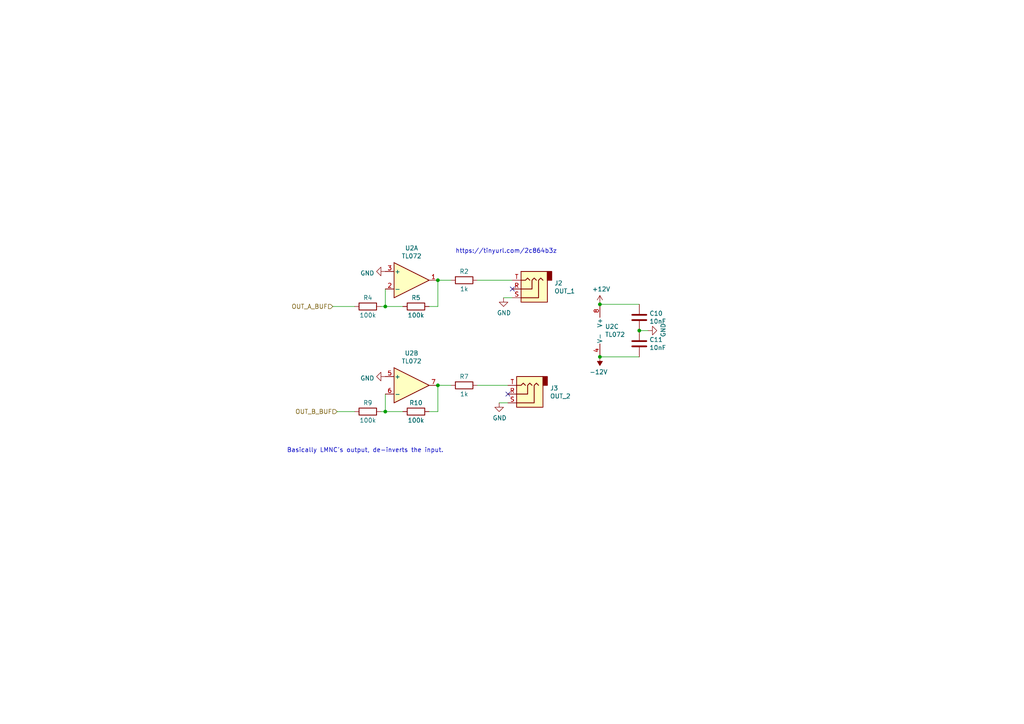
<source format=kicad_sch>
(kicad_sch (version 20211123) (generator eeschema)
  (paper "A4")
  (title_block (title "VCA_AS3360") (date "2022-07-16") (rev "1.0") (company "RobotDialogs"))
  (lib_symbols
    (symbol "Amplifier_Operational:TL072" (pin_names (offset 0.127))
      (property "Reference" "U" (at 0 5.08 0))
      (property "Value" "TL072" (at 0 -5.08 0))
      (symbol "TL072_1_1"
        (polyline (pts (xy -5.08 5.08) (xy 5.08 0) (xy -5.08 -5.08) (xy -5.08 5.08)) (stroke (width 0.254)) (fill (type background)))
        (pin output line (at 7.62 0 180) (length 2.54) (name "~") (number "1"))
        (pin input line (at -7.62 -2.54 0) (length 2.54) (name "-") (number "2"))
        (pin input line (at -7.62 2.54 0) (length 2.54) (name "+") (number "3"))
      )
      (symbol "TL072_2_1"
        (polyline (pts (xy -5.08 5.08) (xy 5.08 0) (xy -5.08 -5.08) (xy -5.08 5.08)) (stroke (width 0.254)) (fill (type background)))
        (pin input line (at -7.62 2.54 0) (length 2.54) (name "+") (number "5"))
        (pin input line (at -7.62 -2.54 0) (length 2.54) (name "-") (number "6"))
        (pin output line (at 7.62 0 180) (length 2.54) (name "~") (number "7"))
      )
      (symbol "TL072_3_1"
        (pin power_in line (at -2.54 -7.62 90) (length 3.81) (name "V-") (number "4"))
        (pin power_in line (at -2.54 7.62 270) (length 3.81) (name "V+") (number "8"))
      )
    )
    (symbol "Connector:AudioJack3"
      (property "Reference" "J" (at 0 8.89 0))
      (property "Value" "AudioJack3" (at 0 6.35 0))
      (symbol "AudioJack3_0_1"
        (rectangle (start -5.08 -5.08) (end -6.35 -2.54) (stroke (width 0.254)) (fill (type outline)))
        (polyline (pts (xy 0 -2.54) (xy 0.635 -3.175) (xy 1.27 -2.54) (xy 2.54 -2.54)) (stroke (width 0.254)))
        (polyline (pts (xy -1.905 -2.54) (xy -1.27 -3.175) (xy -0.635 -2.54) (xy -0.635 0) (xy 2.54 0)) (stroke (width 0.254)))
        (polyline (pts (xy 2.54 2.54) (xy -2.54 2.54) (xy -2.54 -2.54) (xy -3.175 -3.175) (xy -3.81 -2.54)) (stroke (width 0.254)))
        (rectangle (start 2.54 3.81) (end -5.08 -5.08) (stroke (width 0.254)) (fill (type background)))
      )
      (symbol "AudioJack3_1_1"
        (pin passive line (at 5.08 0 180) (length 2.54) (name "~") (number "R"))
        (pin passive line (at 5.08 2.54 180) (length 2.54) (name "~") (number "S"))
        (pin passive line (at 5.08 -2.54 180) (length 2.54) (name "~") (number "T"))
      )
    )
    (symbol "Device:C" (pin_numbers hide) (pin_names (offset 0.254))
      (property "Reference" "C" (at 0.635 2.54 0))
      (property "Value" "C" (at 0.635 -2.54 0))
      (symbol "C_0_1"
        (polyline (pts (xy -2.032 -0.762) (xy 2.032 -0.762)) (stroke (width 0.508)))
        (polyline (pts (xy -2.032 0.762) (xy 2.032 0.762)) (stroke (width 0.508)))
      )
      (symbol "C_1_1"
        (pin passive line (at 0 3.81 270) (length 2.794) (name "~") (number "1"))
        (pin passive line (at 0 -3.81 90) (length 2.794) (name "~") (number "2"))
      )
    )
    (symbol "Device:R" (pin_numbers hide) (pin_names (offset 0))
      (property "Reference" "R" (at 2.032 0 90))
      (property "Value" "R" (at 0 0 90))
      (symbol "R_0_1"
        (rectangle (start -1.016 -2.54) (end 1.016 2.54) (stroke (width 0.254)))
      )
      (symbol "R_1_1"
        (pin passive line (at 0 3.81 270) (length 1.27) (name "~") (number "1"))
        (pin passive line (at 0 -3.81 90) (length 1.27) (name "~") (number "2"))
      )
    )
    (symbol "power:+12V" (power) (pin_names (offset 0))
      (property "Value" "+12V" (at 0 3.556 0))
      (symbol "+12V_0_1"
        (polyline (pts (xy -0.762 1.27) (xy 0 2.54)))
        (polyline (pts (xy 0 0) (xy 0 2.54)))
        (polyline (pts (xy 0 2.54) (xy 0.762 1.27)))
      )
      (symbol "+12V_1_1"
        (pin power_in line (at 0 0 90) (length 0) hide (name "+12V") (number "1"))
      )
    )
    (symbol "power:-12V" (power) (pin_names (offset 0))
      (property "Value" "-12V" (at 0 3.81 0))
      (symbol "-12V_0_0"
        (pin power_in line (at 0 0 90) (length 0) hide (name "-12V") (number "1"))
      )
      (symbol "-12V_0_1"
        (polyline (pts (xy 0 0) (xy 0 1.27) (xy 0.762 1.27) (xy 0 2.54) (xy -0.762 1.27) (xy 0 1.27)) (fill (type outline)))
      )
    )
    (symbol "power:GND" (power) (pin_names (offset 0))
      (property "Value" "GND" (at 0 -3.81 0))
      (symbol "GND_0_1"
        (polyline (pts (xy 0 0) (xy 0 -1.27) (xy 1.27 -1.27) (xy 0 -2.54) (xy -1.27 -1.27) (xy 0 -1.27)))
      )
      (symbol "GND_1_1"
        (pin power_in line (at 0 0 270) (length 0) hide (name "GND") (number "1"))
      )
    )
  )
  (junction (at 185.42 95.885))
  (junction (at 111.76 88.9))
  (junction (at 127 81.28))
  (junction (at 173.99 88.265))
  (junction (at 173.99 103.505))
  (junction (at 127 111.76))
  (junction (at 111.76 119.38))
  (no_connect (at 147.32 114.3))
  (no_connect (at 148.59 83.82))
  (wire (pts (xy 185.42 95.885) (xy 187.96 95.885)))
  (wire (pts (xy 111.76 119.38) (xy 116.84 119.38)))
  (wire (pts (xy 127 111.76) (xy 130.81 111.76)))
  (wire (pts (xy 173.99 103.505) (xy 185.42 103.505)))
  (wire (pts (xy 144.78 116.84) (xy 147.32 116.84)))
  (wire (pts (xy 111.76 114.3) (xy 111.76 119.38)))
  (wire (pts (xy 111.76 119.38) (xy 110.49 119.38)))
  (wire (pts (xy 111.76 88.9) (xy 110.49 88.9)))
  (wire (pts (xy 138.43 111.76) (xy 147.32 111.76)))
  (wire (pts (xy 124.46 119.38) (xy 127 119.38)))
  (wire (pts (xy 127 81.28) (xy 130.81 81.28)))
  (wire (pts (xy 111.76 88.9) (xy 116.84 88.9)))
  (wire (pts (xy 111.76 83.82) (xy 111.76 88.9)))
  (wire (pts (xy 148.59 81.28) (xy 138.43 81.28)))
  (wire (pts (xy 124.46 88.9) (xy 127 88.9)))
  (wire (pts (xy 173.99 88.265) (xy 185.42 88.265)))
  (wire (pts (xy 148.59 86.36) (xy 146.05 86.36)))
  (wire (pts (xy 97.79 119.38) (xy 102.87 119.38)))
  (wire (pts (xy 127 119.38) (xy 127 111.76)))
  (wire (pts (xy 96.52 88.9) (xy 102.87 88.9)))
  (wire (pts (xy 127 88.9) (xy 127 81.28)))
  (text "Basically LMNC's output, de-inverts the input." (at 83.185 131.445 0) (effects (font (size 1.27 1.27)) (justify left bottom)))
  (text "https://tinyurl.com/2c864b3z" (at 132.08 73.66 0) (effects (font (size 1.27 1.27)) (justify left bottom)))
  (hierarchical_label "OUT_A_BUF" (shape input) (at 96.52 88.9 180))
  (hierarchical_label "OUT_B_BUF" (shape input) (at 97.79 119.38 180))
  (symbol (lib_id "power:GND") (at 111.76 109.22 270) (unit 1)
    (property "Reference" "#PWR0138" (effects hide))
    (property "Value" "GND" (at 108.5851 109.699 90) (effects (justify right)))
  )
  (symbol (lib_id "Device:R") (at 120.65 119.38 270) (unit 1)
    (property "Reference" "R10" (at 120.65 116.84 90))
    (property "Value" "100k" (at 120.65 121.92 90))
    (property "Footprint" "Resistor_SMD:R_1206_3216Metric_Pad1.30x1.75mm_HandSolder" (effects hide))
  )
  (symbol (lib_id "Device:R") (at 106.68 119.38 270) (unit 1)
    (property "Reference" "R9" (at 106.68 116.84 90))
    (property "Value" "100k" (at 106.68 121.92 90))
    (property "Footprint" "Resistor_SMD:R_1206_3216Metric_Pad1.30x1.75mm_HandSolder" (effects hide))
  )
  (symbol (lib_id "Device:C") (at 185.42 99.695 180) (unit 1)
    (property "Reference" "C11" (at 188.341 98.5266 0) (effects (justify right)))
    (property "Value" "10nF" (at 188.341 100.838 0) (effects (justify right)))
    (property "Footprint" "Capacitor_SMD:C_1206_3216Metric_Pad1.33x1.80mm_HandSolder" (effects hide))
  )
  (symbol (lib_id "Connector:AudioJack3") (at 152.4 114.3 180) (unit 1)
    (property "Reference" "J3" (at 159.512 112.5982 0) (effects (justify right)))
    (property "Value" "OUT_2" (at 159.512 114.9096 0) (effects (justify right)))
    (property "Footprint" "My Stuff:Jack_3.5mm_MJ-355W_Vertical" (effects hide))
  )
  (symbol (lib_id "Device:C") (at 185.42 92.075 180) (unit 1)
    (property "Reference" "C10" (at 188.341 90.9066 0) (effects (justify right)))
    (property "Value" "10nF" (at 188.341 93.218 0) (effects (justify right)))
    (property "Footprint" "Capacitor_SMD:C_1206_3216Metric_Pad1.33x1.80mm_HandSolder" (effects hide))
  )
  (symbol (lib_id "Amplifier_Operational:TL072") (at 119.38 81.28 0) (unit 1)
    (property "Reference" "U2" (at 119.38 71.9582 0))
    (property "Value" "TL072" (at 119.38 74.2696 0))
    (property "Footprint" "Package_DIP:DIP-8_W7.62mm_Socket_LongPads" (effects hide))
    (property "Datasheet" "http://www.ti.com/lit/ds/symlink/tl071.pdf" (effects hide))
  )
  (symbol (lib_id "power:-12V") (at 173.99 103.505 180) (unit 1)
    (property "Reference" "#PWR0141" (effects hide))
    (property "Value" "-12V" (at 173.609 107.8992 0))
  )
  (symbol (lib_id "Amplifier_Operational:TL072") (at 176.53 95.885 0) (unit 3)
    (property "Reference" "U2" (at 175.4632 94.7166 0) (effects (justify left)))
    (property "Value" "TL072" (at 175.4632 97.028 0) (effects (justify left)))
    (property "Footprint" "Package_DIP:DIP-8_W7.62mm_Socket_LongPads" (effects hide))
    (property "Datasheet" "http://www.ti.com/lit/ds/symlink/tl071.pdf" (effects hide))
  )
  (symbol (lib_id "Device:R") (at 134.62 111.76 270) (unit 1)
    (property "Reference" "R7" (at 134.62 109.22 90))
    (property "Value" "1k" (at 134.62 114.3 90))
    (property "Footprint" "Resistor_SMD:R_1206_3216Metric_Pad1.30x1.75mm_HandSolder" (effects hide))
  )
  (symbol (lib_id "Connector:AudioJack3") (at 153.67 83.82 180) (unit 1)
    (property "Reference" "J2" (at 160.782 82.1182 0) (effects (justify right)))
    (property "Value" "OUT_1" (at 160.782 84.4296 0) (effects (justify right)))
    (property "Footprint" "My Stuff:Jack_3.5mm_MJ-355W_Vertical" (effects hide))
  )
  (symbol (lib_id "power:+12V") (at 173.99 88.265 0) (unit 1)
    (property "Reference" "#PWR0139" (effects hide))
    (property "Value" "+12V" (at 174.371 83.8708 0))
  )
  (symbol (lib_id "power:GND") (at 111.76 78.74 270) (unit 1)
    (property "Reference" "#PWR0137" (effects hide))
    (property "Value" "GND" (at 108.5851 79.219 90) (effects (justify right)))
  )
  (symbol (lib_id "Device:R") (at 106.68 88.9 270) (unit 1)
    (property "Reference" "R4" (at 106.68 86.36 90))
    (property "Value" "100k" (at 106.68 91.44 90))
    (property "Footprint" "Resistor_SMD:R_1206_3216Metric_Pad1.30x1.75mm_HandSolder" (effects hide))
  )
  (symbol (lib_id "power:GND") (at 144.78 116.84 0) (unit 1)
    (property "Reference" "#PWR0140" (effects hide))
    (property "Value" "GND" (at 144.907 121.2342 0))
  )
  (symbol (lib_id "Device:R") (at 134.62 81.28 270) (unit 1)
    (property "Reference" "R2" (at 134.62 78.74 90))
    (property "Value" "1k" (at 134.62 83.82 90))
    (property "Footprint" "Resistor_SMD:R_1206_3216Metric_Pad1.30x1.75mm_HandSolder" (effects hide))
  )
  (symbol (lib_id "Device:R") (at 120.65 88.9 270) (unit 1)
    (property "Reference" "R5" (at 120.65 86.36 90))
    (property "Value" "100k" (at 120.65 91.44 90))
    (property "Footprint" "Resistor_SMD:R_1206_3216Metric_Pad1.30x1.75mm_HandSolder" (effects hide))
  )
  (symbol (lib_id "Amplifier_Operational:TL072") (at 119.38 111.76 0) (unit 2)
    (property "Reference" "U2" (at 119.38 102.4382 0))
    (property "Value" "TL072" (at 119.38 104.7496 0))
    (property "Footprint" "Package_DIP:DIP-8_W7.62mm_Socket_LongPads" (effects hide))
    (property "Datasheet" "http://www.ti.com/lit/ds/symlink/tl071.pdf" (effects hide))
  )
  (symbol (lib_id "power:GND") (at 187.96 95.885 90) (unit 1)
    (property "Reference" "#PWR0142" (effects hide))
    (property "Value" "GND" (at 192.3542 95.758 0))
  )
  (symbol (lib_id "power:GND") (at 146.05 86.36 0) (unit 1)
    (property "Reference" "#PWR0143" (effects hide))
    (property "Value" "GND" (at 146.177 90.7542 0))
  )
)
</source>
